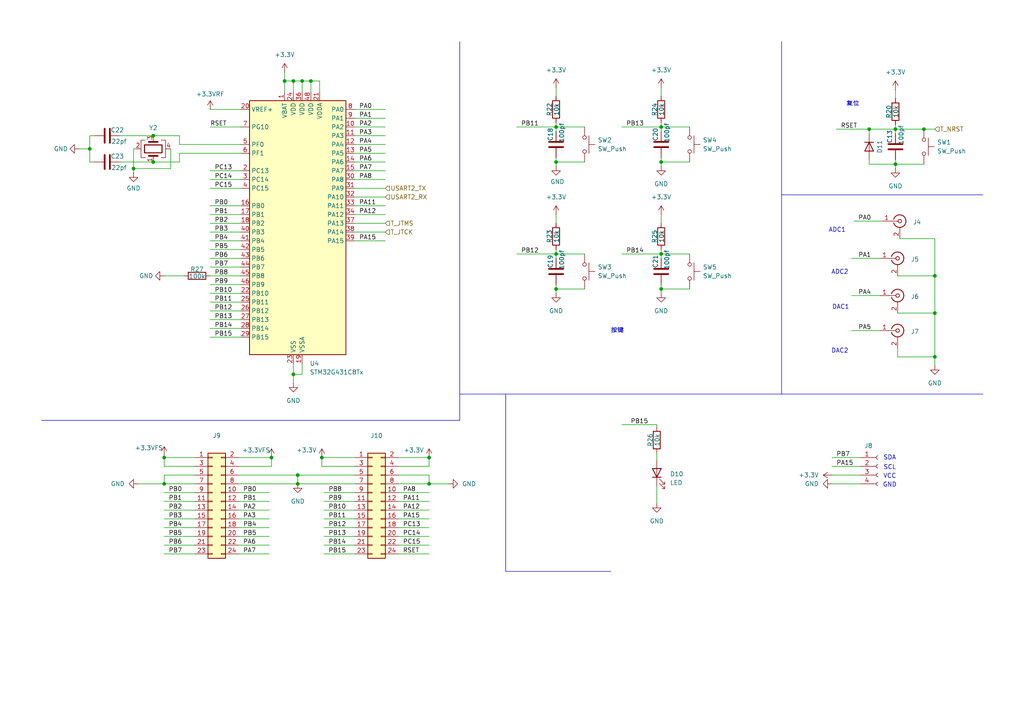
<source format=kicad_sch>
(kicad_sch (version 20231120) (generator "eeschema") (generator_version "8.0")
  (paper "A4")
  (lib_symbols
    (symbol "Connector:Conn_01x04_Socket" (pin_names (offset 1.016) hide)
      (property "Reference" "J" (at 0 5.08 0))
      (property "Value" "Conn_01x04_Socket" (at 0 -7.62 0))
      (symbol "Conn_01x04_Socket_1_1"
        (arc (start 0 -4.572) (mid -0.5058 -5.08) (end 0 -5.588) (stroke (width 0.1524)))
        (arc (start 0 -2.032) (mid -0.5058 -2.54) (end 0 -3.048) (stroke (width 0.1524)))
        (polyline (pts (xy -1.27 -5.08) (xy -0.508 -5.08)) (stroke (width 0.1524)))
        (polyline (pts (xy -1.27 -2.54) (xy -0.508 -2.54)) (stroke (width 0.1524)))
        (polyline (pts (xy -1.27 0) (xy -0.508 0)) (stroke (width 0.1524)))
        (polyline (pts (xy -1.27 2.54) (xy -0.508 2.54)) (stroke (width 0.1524)))
        (arc (start 0 0.508) (mid -0.5058 0) (end 0 -0.508) (stroke (width 0.1524)))
        (arc (start 0 3.048) (mid -0.5058 2.54) (end 0 2.032) (stroke (width 0.1524)))
        (pin passive line (at -5.08 2.54 0) (length 3.81) (name "Pin_1") (number "1"))
        (pin passive line (at -5.08 0 0) (length 3.81) (name "Pin_2") (number "2"))
        (pin passive line (at -5.08 -2.54 0) (length 3.81) (name "Pin_3") (number "3"))
        (pin passive line (at -5.08 -5.08 0) (length 3.81) (name "Pin_4") (number "4"))
      )
    )
    (symbol "Connector_Generic:Conn_02x12_Odd_Even" (pin_names (offset 1.016) hide)
      (property "Reference" "J" (at 1.27 15.24 0))
      (property "Value" "Conn_02x12_Odd_Even" (at 1.27 -17.78 0))
      (symbol "Conn_02x12_Odd_Even_1_1"
        (rectangle (start -1.27 -15.113) (end 0 -15.367) (stroke (width 0.1524)))
        (rectangle (start -1.27 -12.573) (end 0 -12.827) (stroke (width 0.1524)))
        (rectangle (start -1.27 -10.033) (end 0 -10.287) (stroke (width 0.1524)))
        (rectangle (start -1.27 -7.493) (end 0 -7.747) (stroke (width 0.1524)))
        (rectangle (start -1.27 -4.953) (end 0 -5.207) (stroke (width 0.1524)))
        (rectangle (start -1.27 -2.413) (end 0 -2.667) (stroke (width 0.1524)))
        (rectangle (start -1.27 0.127) (end 0 -0.127) (stroke (width 0.1524)))
        (rectangle (start -1.27 2.667) (end 0 2.413) (stroke (width 0.1524)))
        (rectangle (start -1.27 5.207) (end 0 4.953) (stroke (width 0.1524)))
        (rectangle (start -1.27 7.747) (end 0 7.493) (stroke (width 0.1524)))
        (rectangle (start -1.27 10.287) (end 0 10.033) (stroke (width 0.1524)))
        (rectangle (start -1.27 12.827) (end 0 12.573) (stroke (width 0.1524)))
        (rectangle (start -1.27 13.97) (end 3.81 -16.51) (stroke (width 0.254)) (fill (type background)))
        (rectangle (start 3.81 -15.113) (end 2.54 -15.367) (stroke (width 0.1524)))
        (rectangle (start 3.81 -12.573) (end 2.54 -12.827) (stroke (width 0.1524)))
        (rectangle (start 3.81 -10.033) (end 2.54 -10.287) (stroke (width 0.1524)))
        (rectangle (start 3.81 -7.493) (end 2.54 -7.747) (stroke (width 0.1524)))
        (rectangle (start 3.81 -4.953) (end 2.54 -5.207) (stroke (width 0.1524)))
        (rectangle (start 3.81 -2.413) (end 2.54 -2.667) (stroke (width 0.1524)))
        (rectangle (start 3.81 0.127) (end 2.54 -0.127) (stroke (width 0.1524)))
        (rectangle (start 3.81 2.667) (end 2.54 2.413) (stroke (width 0.1524)))
        (rectangle (start 3.81 5.207) (end 2.54 4.953) (stroke (width 0.1524)))
        (rectangle (start 3.81 7.747) (end 2.54 7.493) (stroke (width 0.1524)))
        (rectangle (start 3.81 10.287) (end 2.54 10.033) (stroke (width 0.1524)))
        (rectangle (start 3.81 12.827) (end 2.54 12.573) (stroke (width 0.1524)))
        (pin passive line (at -5.08 12.7 0) (length 3.81) (name "Pin_1") (number "1"))
        (pin passive line (at 7.62 2.54 180) (length 3.81) (name "Pin_10") (number "10"))
        (pin passive line (at -5.08 0 0) (length 3.81) (name "Pin_11") (number "11"))
        (pin passive line (at 7.62 0 180) (length 3.81) (name "Pin_12") (number "12"))
        (pin passive line (at -5.08 -2.54 0) (length 3.81) (name "Pin_13") (number "13"))
        (pin passive line (at 7.62 -2.54 180) (length 3.81) (name "Pin_14") (number "14"))
        (pin passive line (at -5.08 -5.08 0) (length 3.81) (name "Pin_15") (number "15"))
        (pin passive line (at 7.62 -5.08 180) (length 3.81) (name "Pin_16") (number "16"))
        (pin passive line (at -5.08 -7.62 0) (length 3.81) (name "Pin_17") (number "17"))
        (pin passive line (at 7.62 -7.62 180) (length 3.81) (name "Pin_18") (number "18"))
        (pin passive line (at -5.08 -10.16 0) (length 3.81) (name "Pin_19") (number "19"))
        (pin passive line (at 7.62 12.7 180) (length 3.81) (name "Pin_2") (number "2"))
        (pin passive line (at 7.62 -10.16 180) (length 3.81) (name "Pin_20") (number "20"))
        (pin passive line (at -5.08 -12.7 0) (length 3.81) (name "Pin_21") (number "21"))
        (pin passive line (at 7.62 -12.7 180) (length 3.81) (name "Pin_22") (number "22"))
        (pin passive line (at -5.08 -15.24 0) (length 3.81) (name "Pin_23") (number "23"))
        (pin passive line (at 7.62 -15.24 180) (length 3.81) (name "Pin_24") (number "24"))
        (pin passive line (at -5.08 10.16 0) (length 3.81) (name "Pin_3") (number "3"))
        (pin passive line (at 7.62 10.16 180) (length 3.81) (name "Pin_4") (number "4"))
        (pin passive line (at -5.08 7.62 0) (length 3.81) (name "Pin_5") (number "5"))
        (pin passive line (at 7.62 7.62 180) (length 3.81) (name "Pin_6") (number "6"))
        (pin passive line (at -5.08 5.08 0) (length 3.81) (name "Pin_7") (number "7"))
        (pin passive line (at 7.62 5.08 180) (length 3.81) (name "Pin_8") (number "8"))
        (pin passive line (at -5.08 2.54 0) (length 3.81) (name "Pin_9") (number "9"))
      )
    )
    (symbol "Main:C" (pin_numbers hide) (pin_names (offset 0.254))
      (property "Reference" "C" (at 0.635 2.54 0))
      (property "Value" "C" (at 0.635 -2.54 0))
      (symbol "C_0_1"
        (polyline (pts (xy -2.032 -0.762) (xy 2.032 -0.762)) (stroke (width 0.508)))
        (polyline (pts (xy -2.032 0.762) (xy 2.032 0.762)) (stroke (width 0.508)))
      )
      (symbol "C_1_1"
        (pin passive line (at 0 3.81 270) (length 2.794) (name "~") (number "1"))
        (pin passive line (at 0 -3.81 90) (length 2.794) (name "~") (number "2"))
      )
    )
    (symbol "Main:Conn_Coaxial" (pin_names (offset 1.016) hide)
      (property "Reference" "J" (at 0.254 3.048 0))
      (symbol "Conn_Coaxial_0_1"
        (arc (start -1.778 -0.508) (mid 0.2311 -1.8066) (end 1.778 0) (stroke (width 0.254)))
        (polyline (pts (xy -2.54 0) (xy -0.508 0)))
        (polyline (pts (xy 0 -2.54) (xy 0 -1.778)))
        (circle (center 0 0) (radius 0.508) (stroke (width 0.2032)))
        (arc (start 1.778 0) (mid 0.2099 1.8101) (end -1.778 0.508) (stroke (width 0.254)))
      )
      (symbol "Conn_Coaxial_1_1"
        (pin passive line (at -5.08 0 0) (length 2.54) (name "In") (number "1"))
        (pin passive line (at 0 -5.08 90) (length 2.54) (name "Ext") (number "2"))
      )
    )
    (symbol "Main:Crystal_GND24" (pin_names (offset 1.016) hide)
      (property "Reference" "Y" (at 3.175 5.08 0))
      (property "Value" "Crystal_GND24" (at 3.175 3.175 0))
      (symbol "Crystal_GND24_0_1"
        (rectangle (start -1.143 2.54) (end 1.143 -2.54) (stroke (width 0.3048)))
        (polyline (pts (xy -2.54 0) (xy -2.032 0)))
        (polyline (pts (xy -2.032 -1.27) (xy -2.032 1.27)) (stroke (width 0.508)))
        (polyline (pts (xy 0 -3.81) (xy 0 -3.556)))
        (polyline (pts (xy 0 3.556) (xy 0 3.81)))
        (polyline (pts (xy 2.032 -1.27) (xy 2.032 1.27)) (stroke (width 0.508)))
        (polyline (pts (xy 2.032 0) (xy 2.54 0)))
        (polyline (pts (xy -2.54 -2.286) (xy -2.54 -3.556) (xy 2.54 -3.556) (xy 2.54 -2.286)))
        (polyline (pts (xy -2.54 2.286) (xy -2.54 3.556) (xy 2.54 3.556) (xy 2.54 2.286)))
      )
      (symbol "Crystal_GND24_1_1"
        (pin passive line (at -3.81 0 0) (length 1.27) (name "1") (number "1"))
        (pin passive line (at 0 5.08 270) (length 1.27) (name "2") (number "2"))
        (pin passive line (at 3.81 0 180) (length 1.27) (name "3") (number "3"))
        (pin passive line (at 0 -5.08 90) (length 1.27) (name "4") (number "4"))
      )
    )
    (symbol "Main:D" (pin_numbers hide) (pin_names (offset 1.016) hide)
      (property "Reference" "D" (at 0 2.54 0))
      (property "Value" "D" (at 0 -2.54 0))
      (symbol "D_0_1"
        (polyline (pts (xy -1.27 1.27) (xy -1.27 -1.27)) (stroke (width 0.254)))
        (polyline (pts (xy 1.27 0) (xy -1.27 0)))
        (polyline (pts (xy 1.27 1.27) (xy 1.27 -1.27) (xy -1.27 0) (xy 1.27 1.27)) (stroke (width 0.254)))
      )
      (symbol "D_1_1"
        (pin passive line (at -3.81 0 0) (length 2.54) (name "K") (number "1"))
        (pin passive line (at 3.81 0 180) (length 2.54) (name "A") (number "2"))
      )
    )
    (symbol "Main:LED" (pin_numbers hide) (pin_names (offset 1.016) hide)
      (property "Reference" "D" (at 0 2.54 0))
      (property "Value" "LED" (at 0 -2.54 0))
      (symbol "LED_0_1"
        (polyline (pts (xy -1.27 -1.27) (xy -1.27 1.27)) (stroke (width 0.254)))
        (polyline (pts (xy -1.27 0) (xy 1.27 0)))
        (polyline (pts (xy 1.27 -1.27) (xy 1.27 1.27) (xy -1.27 0) (xy 1.27 -1.27)) (stroke (width 0.254)))
        (polyline (pts (xy -3.048 -0.762) (xy -4.572 -2.286) (xy -3.81 -2.286) (xy -4.572 -2.286) (xy -4.572 -1.524)))
        (polyline (pts (xy -1.778 -0.762) (xy -3.302 -2.286) (xy -2.54 -2.286) (xy -3.302 -2.286) (xy -3.302 -1.524)))
      )
      (symbol "LED_1_1"
        (pin passive line (at -3.81 0 0) (length 2.54) (name "K") (number "1"))
        (pin passive line (at 3.81 0 180) (length 2.54) (name "A") (number "2"))
      )
    )
    (symbol "Main:R" (pin_numbers hide) (pin_names (offset 0))
      (property "Reference" "R" (at 2.032 0 90))
      (property "Value" "R" (at 0 0 90))
      (symbol "R_0_1"
        (rectangle (start -1.016 -2.54) (end 1.016 2.54) (stroke (width 0.254)))
      )
      (symbol "R_1_1"
        (pin passive line (at 0 3.81 270) (length 1.27) (name "~") (number "1"))
        (pin passive line (at 0 -3.81 90) (length 1.27) (name "~") (number "2"))
      )
    )
    (symbol "Main:STM32G431C8Tx"
      (property "Reference" "U" (at -12.7 39.37 0))
      (property "Value" "STM32G431C8Tx" (at 10.16 39.37 0))
      (symbol "STM32G431C8Tx_0_1"
        (rectangle (start -12.7 -35.56) (end 15.24 38.1) (stroke (width 0.254)) (fill (type background)))
      )
      (symbol "STM32G431C8Tx_1_1"
        (pin power_in line (at -2.54 40.64 270) (length 2.54) (name "VBAT") (number "1"))
        (pin bidirectional line (at 17.78 30.48 180) (length 2.54) (name "PA2") (number "10"))
        (pin bidirectional line (at 17.78 27.94 180) (length 2.54) (name "PA3") (number "11"))
        (pin bidirectional line (at 17.78 25.4 180) (length 2.54) (name "PA4") (number "12"))
        (pin bidirectional line (at 17.78 22.86 180) (length 2.54) (name "PA5") (number "13"))
        (pin bidirectional line (at 17.78 20.32 180) (length 2.54) (name "PA6") (number "14"))
        (pin bidirectional line (at 17.78 17.78 180) (length 2.54) (name "PA7") (number "15"))
        (pin bidirectional line (at -15.24 7.62 0) (length 2.54) (name "PB0") (number "16"))
        (pin bidirectional line (at -15.24 5.08 0) (length 2.54) (name "PB1") (number "17"))
        (pin bidirectional line (at -15.24 2.54 0) (length 2.54) (name "PB2") (number "18"))
        (pin power_in line (at 2.54 -38.1 90) (length 2.54) (name "VSSA") (number "19"))
        (pin bidirectional line (at -15.24 17.78 0) (length 2.54) (name "PC13") (number "2"))
        (pin input line (at -15.24 35.56 0) (length 2.54) (name "VREF+") (number "20"))
        (pin power_in line (at 7.62 40.64 270) (length 2.54) (name "VDDA") (number "21"))
        (pin bidirectional line (at -15.24 -17.78 0) (length 2.54) (name "PB10") (number "22"))
        (pin power_in line (at 0 -38.1 90) (length 2.54) (name "VSS") (number "23"))
        (pin power_in line (at 0 40.64 270) (length 2.54) (name "VDD") (number "24"))
        (pin bidirectional line (at -15.24 -20.32 0) (length 2.54) (name "PB11") (number "25"))
        (pin bidirectional line (at -15.24 -22.86 0) (length 2.54) (name "PB12") (number "26"))
        (pin bidirectional line (at -15.24 -25.4 0) (length 2.54) (name "PB13") (number "27"))
        (pin bidirectional line (at -15.24 -27.94 0) (length 2.54) (name "PB14") (number "28"))
        (pin bidirectional line (at -15.24 -30.48 0) (length 2.54) (name "PB15") (number "29"))
        (pin bidirectional line (at -15.24 15.24 0) (length 2.54) (name "PC14") (number "3"))
        (pin bidirectional line (at 17.78 15.24 180) (length 2.54) (name "PA8") (number "30"))
        (pin bidirectional line (at 17.78 12.7 180) (length 2.54) (name "PA9") (number "31"))
        (pin bidirectional line (at 17.78 10.16 180) (length 2.54) (name "PA10") (number "32"))
        (pin bidirectional line (at 17.78 7.62 180) (length 2.54) (name "PA11") (number "33"))
        (pin bidirectional line (at 17.78 5.08 180) (length 2.54) (name "PA12") (number "34"))
        (pin passive line (at 0 -38.1 90) (length 2.54) hide (name "VSS") (number "35"))
        (pin power_in line (at 2.54 40.64 270) (length 2.54) (name "VDD") (number "36"))
        (pin bidirectional line (at 17.78 2.54 180) (length 2.54) (name "PA13") (number "37"))
        (pin bidirectional line (at 17.78 0 180) (length 2.54) (name "PA14") (number "38"))
        (pin bidirectional line (at 17.78 -2.54 180) (length 2.54) (name "PA15") (number "39"))
        (pin bidirectional line (at -15.24 12.7 0) (length 2.54) (name "PC15") (number "4"))
        (pin bidirectional line (at -15.24 0 0) (length 2.54) (name "PB3") (number "40"))
        (pin bidirectional line (at -15.24 -2.54 0) (length 2.54) (name "PB4") (number "41"))
        (pin bidirectional line (at -15.24 -5.08 0) (length 2.54) (name "PB5") (number "42"))
        (pin bidirectional line (at -15.24 -7.62 0) (length 2.54) (name "PB6") (number "43"))
        (pin bidirectional line (at -15.24 -10.16 0) (length 2.54) (name "PB7") (number "44"))
        (pin bidirectional line (at -15.24 -12.7 0) (length 2.54) (name "PB8") (number "45"))
        (pin bidirectional line (at -15.24 -15.24 0) (length 2.54) (name "PB9") (number "46"))
        (pin passive line (at 0 -38.1 90) (length 2.54) hide (name "VSS") (number "47"))
        (pin power_in line (at 5.08 40.64 270) (length 2.54) (name "VDD") (number "48"))
        (pin bidirectional line (at -15.24 25.4 0) (length 2.54) (name "PF0") (number "5"))
        (pin bidirectional line (at -15.24 22.86 0) (length 2.54) (name "PF1") (number "6"))
        (pin bidirectional line (at -15.24 30.48 0) (length 2.54) (name "PG10") (number "7"))
        (pin bidirectional line (at 17.78 35.56 180) (length 2.54) (name "PA0") (number "8"))
        (pin bidirectional line (at 17.78 33.02 180) (length 2.54) (name "PA1") (number "9"))
      )
    )
    (symbol "Main:SW_Push" (pin_numbers hide) (pin_names (offset 1.016) hide)
      (property "Reference" "SW" (at 1.27 2.54 0))
      (property "Value" "SW_Push" (at 0 -1.524 0))
      (symbol "SW_Push_0_1"
        (circle (center -2.032 0) (radius 0.508))
        (polyline (pts (xy 0 1.27) (xy 0 3.048)))
        (polyline (pts (xy 2.54 1.27) (xy -2.54 1.27)))
        (circle (center 2.032 0) (radius 0.508))
        (pin passive line (at -5.08 0 0) (length 2.54) (name "1") (number "1"))
        (pin passive line (at 5.08 0 180) (length 2.54) (name "2") (number "2"))
      )
    )
    (symbol "power:+3.3V" (power) (pin_numbers hide) (pin_names (offset 0) hide)
      (property "Value" "+3.3V" (at 0 3.556 0))
      (symbol "+3.3V_0_1"
        (polyline (pts (xy -0.762 1.27) (xy 0 2.54)))
        (polyline (pts (xy 0 0) (xy 0 2.54)))
        (polyline (pts (xy 0 2.54) (xy 0.762 1.27)))
      )
      (symbol "+3.3V_1_1"
        (pin power_in line (at 0 0 90) (length 0) (name "~") (number "1"))
      )
    )
    (symbol "power:GND" (power) (pin_numbers hide) (pin_names (offset 0) hide)
      (property "Value" "GND" (at 0 -3.81 0))
      (symbol "GND_0_1"
        (polyline (pts (xy 0 0) (xy 0 -1.27) (xy 1.27 -1.27) (xy 0 -2.54) (xy -1.27 -1.27) (xy 0 -1.27)))
      )
      (symbol "GND_1_1"
        (pin power_in line (at 0 0 270) (length 0) (name "~") (number "1"))
      )
    )
  )
  (junction (at 90.17 23.495))
  (junction (at 271.145 103.505))
  (junction (at 161.29 73.66))
  (junction (at 82.55 23.495))
  (junction (at 252.095 37.465))
  (junction (at 161.29 46.99))
  (junction (at 78.74 132.715))
  (junction (at 271.145 80.01))
  (junction (at 124.46 132.715))
  (junction (at 26.035 43.18))
  (junction (at 86.36 137.795))
  (junction (at 44.45 39.37))
  (junction (at 191.77 83.82))
  (junction (at 47.625 132.715))
  (junction (at 161.29 83.82))
  (junction (at 38.735 48.895))
  (junction (at 161.29 36.83))
  (junction (at 87.63 23.495))
  (junction (at 191.77 36.83))
  (junction (at 271.145 90.805))
  (junction (at 44.45 46.99))
  (junction (at 85.09 23.495))
  (junction (at 93.345 132.715))
  (junction (at 85.09 108.585))
  (junction (at 259.715 37.465))
  (junction (at 47.625 140.335))
  (junction (at 191.77 73.66))
  (junction (at 86.36 140.335))
  (junction (at 124.46 140.335))
  (junction (at 191.77 46.99))
  (junction (at 267.97 37.465))
  (junction (at 259.715 47.625))
  (wire (pts (xy 102.87 49.53) (xy 111.76 49.53)))
  (wire (pts (xy 85.09 23.495) (xy 87.63 23.495)))
  (wire (pts (xy 47.625 153.035) (xy 56.515 153.035)))
  (wire (pts (xy 60.96 62.23) (xy 69.85 62.23)))
  (wire (pts (xy 260.35 90.805) (xy 271.145 90.805)))
  (wire (pts (xy 86.36 140.335) (xy 102.87 140.335)))
  (wire (pts (xy 191.77 83.82) (xy 200.025 83.82)))
  (wire (pts (xy 52.07 41.91) (xy 52.07 39.37)))
  (wire (pts (xy 102.87 57.15) (xy 111.76 57.15)))
  (wire (pts (xy 161.29 62.23) (xy 161.29 64.77)))
  (wire (pts (xy 115.57 140.335) (xy 124.46 140.335)))
  (polyline (pts (xy 226.695 12.065) (xy 226.695 114.3)))
  (wire (pts (xy 93.98 155.575) (xy 102.87 155.575)))
  (wire (pts (xy 252.095 37.465) (xy 259.715 37.465)))
  (wire (pts (xy 93.98 145.415) (xy 102.87 145.415)))
  (wire (pts (xy 259.715 47.625) (xy 267.97 47.625)))
  (wire (pts (xy 52.07 46.99) (xy 44.45 46.99)))
  (wire (pts (xy 115.57 160.655) (xy 124.46 160.655)))
  (wire (pts (xy 69.215 147.955) (xy 78.105 147.955)))
  (wire (pts (xy 69.215 140.335) (xy 86.36 140.335)))
  (wire (pts (xy 259.715 47.625) (xy 259.715 46.355)))
  (wire (pts (xy 115.57 150.495) (xy 124.46 150.495)))
  (wire (pts (xy 60.96 64.77) (xy 69.85 64.77)))
  (wire (pts (xy 115.57 155.575) (xy 124.46 155.575)))
  (wire (pts (xy 102.87 44.45) (xy 111.76 44.45)))
  (wire (pts (xy 242.57 37.465) (xy 252.095 37.465)))
  (wire (pts (xy 82.55 23.495) (xy 85.09 23.495)))
  (wire (pts (xy 47.625 140.335) (xy 56.515 140.335)))
  (wire (pts (xy 26.035 46.99) (xy 26.035 43.18)))
  (wire (pts (xy 69.215 132.715) (xy 78.74 132.715)))
  (wire (pts (xy 161.29 35.56) (xy 161.29 36.83)))
  (wire (pts (xy 47.625 132.715) (xy 47.625 132.08)))
  (wire (pts (xy 82.55 20.955) (xy 82.55 23.495)))
  (wire (pts (xy 47.625 137.795) (xy 47.625 140.335)))
  (wire (pts (xy 60.96 95.25) (xy 69.85 95.25)))
  (wire (pts (xy 161.29 73.66) (xy 169.545 73.66)))
  (wire (pts (xy 26.035 43.18) (xy 22.86 43.18)))
  (wire (pts (xy 191.77 83.82) (xy 191.77 85.09)))
  (wire (pts (xy 191.77 74.93) (xy 191.77 73.66)))
  (wire (pts (xy 78.74 135.255) (xy 78.74 132.715)))
  (wire (pts (xy 60.96 87.63) (xy 69.85 87.63)))
  (wire (pts (xy 102.87 69.85) (xy 111.76 69.85)))
  (wire (pts (xy 267.97 37.465) (xy 271.145 37.465)))
  (wire (pts (xy 47.625 145.415) (xy 56.515 145.415)))
  (wire (pts (xy 60.96 92.71) (xy 69.85 92.71)))
  (wire (pts (xy 93.345 132.715) (xy 102.87 132.715)))
  (wire (pts (xy 161.29 74.93) (xy 161.29 73.66)))
  (wire (pts (xy 56.515 137.795) (xy 47.625 137.795)))
  (wire (pts (xy 252.095 47.625) (xy 259.715 47.625)))
  (wire (pts (xy 102.87 59.69) (xy 111.76 59.69)))
  (wire (pts (xy 259.715 38.735) (xy 259.715 37.465)))
  (wire (pts (xy 247.015 74.93) (xy 255.27 74.93)))
  (wire (pts (xy 247.015 85.725) (xy 255.27 85.725)))
  (wire (pts (xy 102.87 34.29) (xy 111.76 34.29)))
  (wire (pts (xy 87.63 105.41) (xy 87.63 108.585)))
  (polyline (pts (xy 12.065 121.92) (xy 133.35 121.92)))
  (wire (pts (xy 252.095 46.355) (xy 252.095 47.625)))
  (wire (pts (xy 102.87 67.31) (xy 111.76 67.31)))
  (wire (pts (xy 161.29 83.82) (xy 161.29 82.55)))
  (wire (pts (xy 93.98 142.875) (xy 102.87 142.875)))
  (wire (pts (xy 102.87 52.07) (xy 111.76 52.07)))
  (polyline (pts (xy 146.685 165.735) (xy 146.685 114.3)))
  (wire (pts (xy 60.96 69.85) (xy 69.85 69.85)))
  (wire (pts (xy 47.625 142.875) (xy 56.515 142.875)))
  (wire (pts (xy 259.715 36.195) (xy 259.715 37.465)))
  (wire (pts (xy 93.98 160.655) (xy 102.87 160.655)))
  (wire (pts (xy 47.625 158.115) (xy 56.515 158.115)))
  (wire (pts (xy 252.095 37.465) (xy 252.095 38.735)))
  (wire (pts (xy 191.77 62.23) (xy 191.77 64.77)))
  (wire (pts (xy 34.925 39.37) (xy 44.45 39.37)))
  (wire (pts (xy 69.215 158.115) (xy 78.105 158.115)))
  (wire (pts (xy 124.46 137.795) (xy 124.46 140.335)))
  (polyline (pts (xy 177.165 165.735) (xy 146.685 165.735)))
  (wire (pts (xy 161.29 25.4) (xy 161.29 27.94)))
  (wire (pts (xy 102.87 36.83) (xy 111.76 36.83)))
  (wire (pts (xy 34.925 46.99) (xy 44.45 46.99)))
  (wire (pts (xy 38.735 43.18) (xy 38.735 48.895)))
  (wire (pts (xy 124.46 132.715) (xy 124.46 135.255)))
  (wire (pts (xy 260.35 100.965) (xy 260.35 103.505)))
  (wire (pts (xy 82.55 23.495) (xy 82.55 26.67)))
  (wire (pts (xy 93.345 135.255) (xy 102.87 135.255)))
  (wire (pts (xy 27.305 39.37) (xy 26.035 39.37)))
  (wire (pts (xy 60.96 31.75) (xy 69.85 31.75)))
  (wire (pts (xy 102.87 31.75) (xy 111.76 31.75)))
  (wire (pts (xy 180.34 36.83) (xy 191.77 36.83)))
  (wire (pts (xy 247.015 95.885) (xy 255.27 95.885)))
  (wire (pts (xy 115.57 147.955) (xy 124.46 147.955)))
  (wire (pts (xy 47.625 80.01) (xy 53.34 80.01)))
  (wire (pts (xy 47.625 150.495) (xy 56.515 150.495)))
  (wire (pts (xy 27.305 46.99) (xy 26.035 46.99)))
  (wire (pts (xy 180.34 73.66) (xy 191.77 73.66)))
  (wire (pts (xy 102.87 62.23) (xy 111.76 62.23)))
  (wire (pts (xy 47.625 132.715) (xy 56.515 132.715)))
  (wire (pts (xy 161.29 46.99) (xy 161.29 45.72)))
  (wire (pts (xy 69.215 137.795) (xy 86.36 137.795)))
  (wire (pts (xy 191.77 83.82) (xy 191.77 82.55)))
  (wire (pts (xy 60.96 80.01) (xy 69.85 80.01)))
  (wire (pts (xy 190.5 131.445) (xy 190.5 133.35)))
  (wire (pts (xy 149.86 36.83) (xy 161.29 36.83)))
  (wire (pts (xy 69.215 142.875) (xy 78.105 142.875)))
  (wire (pts (xy 260.985 69.215) (xy 271.145 69.215)))
  (wire (pts (xy 93.98 147.955) (xy 102.87 147.955)))
  (wire (pts (xy 271.145 69.215) (xy 271.145 80.01)))
  (wire (pts (xy 87.63 23.495) (xy 87.63 26.67)))
  (wire (pts (xy 161.29 46.99) (xy 169.545 46.99)))
  (wire (pts (xy 149.86 73.66) (xy 161.29 73.66)))
  (wire (pts (xy 271.145 90.805) (xy 271.145 103.505)))
  (wire (pts (xy 241.3 135.255) (xy 249.555 135.255)))
  (wire (pts (xy 161.29 46.99) (xy 161.29 48.26)))
  (wire (pts (xy 87.63 23.495) (xy 90.17 23.495)))
  (wire (pts (xy 271.145 103.505) (xy 271.145 106.045)))
  (wire (pts (xy 259.715 26.035) (xy 259.715 28.575)))
  (wire (pts (xy 93.98 153.035) (xy 102.87 153.035)))
  (polyline (pts (xy 226.695 56.515) (xy 285.115 56.515)))
  (wire (pts (xy 90.17 26.67) (xy 90.17 23.495)))
  (wire (pts (xy 87.63 108.585) (xy 85.09 108.585)))
  (wire (pts (xy 124.46 135.255) (xy 115.57 135.255)))
  (wire (pts (xy 161.29 83.82) (xy 161.29 85.09)))
  (wire (pts (xy 102.87 64.77) (xy 111.76 64.77)))
  (wire (pts (xy 241.3 137.795) (xy 249.555 137.795)))
  (wire (pts (xy 92.71 26.67) (xy 92.71 23.495)))
  (wire (pts (xy 191.77 72.39) (xy 191.77 73.66)))
  (wire (pts (xy 60.96 52.07) (xy 69.85 52.07)))
  (wire (pts (xy 60.96 67.31) (xy 69.85 67.31)))
  (wire (pts (xy 49.53 48.895) (xy 38.735 48.895)))
  (wire (pts (xy 191.77 36.83) (xy 200.025 36.83)))
  (wire (pts (xy 60.96 77.47) (xy 69.85 77.47)))
  (wire (pts (xy 47.625 160.655) (xy 56.515 160.655)))
  (wire (pts (xy 60.96 90.17) (xy 69.85 90.17)))
  (wire (pts (xy 60.96 74.93) (xy 69.85 74.93)))
  (wire (pts (xy 60.96 54.61) (xy 69.85 54.61)))
  (wire (pts (xy 115.57 153.035) (xy 124.46 153.035)))
  (wire (pts (xy 259.715 47.625) (xy 259.715 48.895)))
  (wire (pts (xy 60.96 59.69) (xy 69.85 59.69)))
  (wire (pts (xy 69.215 150.495) (xy 78.105 150.495)))
  (wire (pts (xy 191.77 46.99) (xy 200.025 46.99)))
  (wire (pts (xy 47.625 135.255) (xy 47.625 132.715)))
  (wire (pts (xy 115.57 145.415) (xy 124.46 145.415)))
  (wire (pts (xy 102.87 41.91) (xy 111.76 41.91)))
  (wire (pts (xy 52.07 44.45) (xy 52.07 46.99)))
  (wire (pts (xy 47.625 147.955) (xy 56.515 147.955)))
  (wire (pts (xy 69.215 153.035) (xy 78.105 153.035)))
  (wire (pts (xy 69.215 145.415) (xy 78.105 145.415)))
  (wire (pts (xy 60.96 97.79) (xy 69.85 97.79)))
  (wire (pts (xy 60.96 85.09) (xy 69.85 85.09)))
  (wire (pts (xy 247.65 64.135) (xy 255.905 64.135)))
  (polyline (pts (xy 133.35 121.92) (xy 133.35 12.065)))
  (wire (pts (xy 241.3 132.715) (xy 249.555 132.715)))
  (wire (pts (xy 115.57 137.795) (xy 124.46 137.795)))
  (wire (pts (xy 161.29 83.82) (xy 169.545 83.82)))
  (wire (pts (xy 69.215 155.575) (xy 78.105 155.575)))
  (wire (pts (xy 47.625 155.575) (xy 56.515 155.575)))
  (wire (pts (xy 115.57 132.715) (xy 124.46 132.715)))
  (wire (pts (xy 69.215 160.655) (xy 78.105 160.655)))
  (wire (pts (xy 26.035 39.37) (xy 26.035 43.18)))
  (wire (pts (xy 191.77 38.1) (xy 191.77 36.83)))
  (wire (pts (xy 52.07 39.37) (xy 44.45 39.37)))
  (wire (pts (xy 85.09 23.495) (xy 85.09 26.67)))
  (wire (pts (xy 90.17 23.495) (xy 92.71 23.495)))
  (wire (pts (xy 49.53 43.18) (xy 49.53 48.895)))
  (wire (pts (xy 115.57 142.875) (xy 124.46 142.875)))
  (wire (pts (xy 93.345 132.715) (xy 93.345 135.255)))
  (polyline (pts (xy 133.35 114.3) (xy 285.115 114.3)))
  (wire (pts (xy 93.98 158.115) (xy 102.87 158.115)))
  (wire (pts (xy 102.87 46.99) (xy 111.76 46.99)))
  (wire (pts (xy 56.515 135.255) (xy 47.625 135.255)))
  (wire (pts (xy 69.215 135.255) (xy 78.74 135.255)))
  (wire (pts (xy 52.07 44.45) (xy 69.85 44.45)))
  (wire (pts (xy 38.735 48.895) (xy 38.735 50.165)))
  (wire (pts (xy 161.29 72.39) (xy 161.29 73.66)))
  (wire (pts (xy 102.87 54.61) (xy 111.76 54.61)))
  (wire (pts (xy 102.87 39.37) (xy 111.76 39.37)))
  (wire (pts (xy 271.145 80.01) (xy 271.145 90.805)))
  (wire (pts (xy 241.3 140.335) (xy 249.555 140.335)))
  (wire (pts (xy 60.96 72.39) (xy 69.85 72.39)))
  (wire (pts (xy 60.96 82.55) (xy 69.85 82.55)))
  (wire (pts (xy 124.46 140.335) (xy 130.175 140.335)))
  (wire (pts (xy 60.96 49.53) (xy 69.85 49.53)))
  (wire (pts (xy 190.5 140.97) (xy 190.5 146.05)))
  (wire (pts (xy 52.07 41.91) (xy 69.85 41.91)))
  (wire (pts (xy 86.36 137.795) (xy 86.36 140.335)))
  (wire (pts (xy 115.57 158.115) (xy 124.46 158.115)))
  (wire (pts (xy 180.34 123.19) (xy 190.5 123.19)))
  (wire (pts (xy 93.98 150.495) (xy 102.87 150.495)))
  (wire (pts (xy 191.77 25.4) (xy 191.77 27.94)))
  (wire (pts (xy 191.77 46.99) (xy 191.77 48.26)))
  (wire (pts (xy 191.77 73.66) (xy 200.025 73.66)))
  (wire (pts (xy 102.87 137.795) (xy 86.36 137.795)))
  (wire (pts (xy 259.715 37.465) (xy 267.97 37.465)))
  (wire (pts (xy 85.09 105.41) (xy 85.09 108.585)))
  (wire (pts (xy 190.5 123.825) (xy 190.5 123.19)))
  (wire (pts (xy 260.35 103.505) (xy 271.145 103.505)))
  (wire (pts (xy 39.37 43.18) (xy 38.735 43.18)))
  (wire (pts (xy 191.77 35.56) (xy 191.77 36.83)))
  (wire (pts (xy 161.29 36.83) (xy 169.545 36.83)))
  (wire (pts (xy 60.96 36.83) (xy 69.85 36.83)))
  (wire (pts (xy 40.005 140.335) (xy 47.625 140.335)))
  (wire (pts (xy 161.29 38.1) (xy 161.29 36.83)))
  (wire (pts (xy 260.35 80.01) (xy 271.145 80.01)))
  (wire (pts (xy 191.77 46.99) (xy 191.77 45.72)))
  (wire (pts (xy 85.09 108.585) (xy 85.09 111.125)))
  (text "VCC\n" (at 258.064 138.176 0) (effects (font (size 1.27 1.27))))
  (text "ADC1" (at 242.824 66.802 0) (effects (font (size 1.27 1.27))))
  (text "GND" (at 258.064 140.716 0) (effects (font (size 1.27 1.27))))
  (text "DAC1" (at 243.84 89.154 0) (effects (font (size 1.27 1.27))))
  (text "按键" (at 179.07 96.012 0) (effects (font (size 1.27 1.27))))
  (text "DAC2" (at 243.586 101.854 0) (effects (font (size 1.27 1.27))))
  (text "SDA\n\n" (at 258.064 133.858 0) (effects (font (size 1.27 1.27))))
  (text "ADC2" (at 243.586 78.994 0) (effects (font (size 1.27 1.27))))
  (text "SCL\n" (at 258.064 135.636 0) (effects (font (size 1.27 1.27))))
  (text "复位" (at 247.396 30.226 0) (effects (font (size 1.27 1.27))))
  (label "PC14" (at 116.84 155.575 0))
  (label "PB12" (at 62.23 90.17 0))
  (label "PA8" (at 104.14 52.07 0))
  (label "PA11" (at 104.14 59.69 0))
  (label "PB13" (at 181.61 36.83 0))
  (label "PA2" (at 104.14 36.83 0))
  (label "RSET" (at 116.84 160.655 0))
  (label "PA5" (at 248.92 95.885 0))
  (label "PB4" (at 62.23 69.85 0))
  (label "PB5" (at 70.485 155.575 0))
  (label "PB8" (at 95.25 142.875 0))
  (label "PB6" (at 48.895 158.115 0))
  (label "PB15" (at 62.23 97.79 0))
  (label "PB0" (at 48.895 142.875 0))
  (label "PC13" (at 116.84 153.035 0))
  (label "PB7" (at 48.895 160.655 0))
  (label "PB14" (at 95.25 158.115 0))
  (label "PA15" (at 116.84 150.495 0))
  (label "PB4" (at 48.895 153.035 0))
  (label "PB15" (at 95.25 160.655 0))
  (label "PA2" (at 70.485 147.955 0))
  (label "PA7" (at 70.485 160.655 0))
  (label "PC15" (at 116.84 158.115 0))
  (label "PB2" (at 48.895 147.955 0))
  (label "PB15" (at 182.88 123.19 0))
  (label "PA4" (at 104.14 41.91 0))
  (label "PB10" (at 62.23 85.09 0))
  (label "PB0" (at 70.485 142.875 0))
  (label "RSET" (at 60.96 36.83 0))
  (label "PA6" (at 104.14 46.99 0))
  (label "PA11" (at 116.84 145.415 0))
  (label "PA5" (at 104.14 44.45 0))
  (label "PB1" (at 62.23 62.23 0))
  (label "PB11" (at 62.23 87.63 0))
  (label "PA0" (at 248.92 64.135 0))
  (label "PA7" (at 104.14 49.53 0))
  (label "PB3" (at 62.23 67.31 0))
  (label "PB9" (at 95.25 145.415 0))
  (label "PB3" (at 48.895 150.495 0))
  (label "PB1" (at 70.485 145.415 0))
  (label "PA15" (at 242.57 135.255 0))
  (label "PA1" (at 248.92 74.93 0))
  (label "PB14" (at 62.23 95.25 0))
  (label "PB5" (at 48.895 155.575 0))
  (label "PA12" (at 104.14 62.23 0))
  (label "PC15" (at 62.23 54.61 0))
  (label "PA8" (at 116.84 142.875 0))
  (label "PB12" (at 151.13 73.66 0))
  (label "PB0" (at 62.23 59.69 0))
  (label "PA12" (at 116.84 147.955 0))
  (label "PB13" (at 95.25 155.575 0))
  (label "PB12" (at 95.25 153.035 0))
  (label "PA1" (at 104.14 34.29 0))
  (label "PB9" (at 62.23 82.55 0))
  (label "PB10" (at 95.25 147.955 0))
  (label "PB14" (at 181.61 73.66 0))
  (label "PA3" (at 70.485 150.495 0))
  (label "PA0" (at 104.14 31.75 0))
  (label "PB11" (at 151.13 36.83 0))
  (label "PB11" (at 95.25 150.495 0))
  (label "PA15" (at 104.14 69.85 0))
  (label "PB13" (at 62.23 92.71 0))
  (label "PA4" (at 248.92 85.725 0))
  (label "PB5" (at 62.23 72.39 0))
  (label "PB8" (at 62.23 80.01 0))
  (label "PA3" (at 104.14 39.37 0))
  (label "RSET" (at 243.84 37.465 0))
  (label "PA6" (at 70.485 158.115 0))
  (label "PB1" (at 48.895 145.415 0))
  (label "PC13" (at 62.23 49.53 0))
  (label "PB4" (at 70.485 153.035 0))
  (label "PB7" (at 242.57 132.715 0))
  (label "PB2" (at 62.23 64.77 0))
  (label "PB7" (at 62.23 77.47 0))
  (label "PB6" (at 62.23 74.93 0))
  (label "PC14" (at 62.23 52.07 0))
  (hierarchical_label "T_JTMS" (shape input) (at 111.76 64.77 0))
  (hierarchical_label "T_JTCK" (shape input) (at 111.76 67.31 0))
  (hierarchical_label "T_NRST" (shape input) (at 271.145 37.465 0))
  (hierarchical_label "USART2_TX" (shape input) (at 111.76 54.61 0))
  (hierarchical_label "USART2_RX" (shape input) (at 111.76 57.15 0))
  (symbol (lib_id "power:+3.3V") (at 161.29 62.23 0) (unit 1)
    (property "Reference" "#PWR050" (effects (hide yes)))
    (property "Value" "+3.3V" (at 161.29 57.15 0))
    (property "Description" "Power symbol creates a global label with name \"+3.3V\"" (effects (hide yes)))
  )
  (symbol (lib_id "Main:C") (at 259.715 42.545 180) (unit 1)
    (property "Reference" "C13" (at 258.064 39.624 90))
    (property "Value" "100pf" (at 261.366 39.116 90))
    (property "Footprint" "Capacitor_SMD:C_0603_1608Metric_Pad1.08x0.95mm_HandSolder" (effects (hide yes)))
    (property "Description" "Unpolarized capacitor" (effects (hide yes)))
  )
  (symbol (lib_id "Main:C") (at 31.115 46.99 90) (unit 1)
    (property "Reference" "C23" (at 34.036 45.339 90))
    (property "Value" "22pf" (at 34.544 48.641 90))
    (property "Footprint" "Capacitor_SMD:C_0603_1608Metric_Pad1.08x0.95mm_HandSolder" (effects (hide yes)))
    (property "Description" "Unpolarized capacitor" (effects (hide yes)))
  )
  (symbol (lib_id "Main:R") (at 190.5 127.635 180) (unit 1)
    (property "Reference" "R26" (at 188.595 127.635 90))
    (property "Value" "10k" (at 190.627 127.635 90))
    (property "Footprint" "Resistor_SMD:R_0603_1608Metric_Pad0.98x0.95mm_HandSolder" (effects (hide yes)))
    (property "Description" "Resistor" (effects (hide yes)))
  )
  (symbol (lib_id "Main:R") (at 191.77 68.58 180) (unit 1)
    (property "Reference" "R25" (at 189.865 68.58 90))
    (property "Value" "10k" (at 191.897 68.58 90))
    (property "Footprint" "Resistor_SMD:R_0603_1608Metric_Pad0.98x0.95mm_HandSolder" (effects (hide yes)))
    (property "Description" "Resistor" (effects (hide yes)))
  )
  (symbol (lib_id "power:GND") (at 86.36 140.335 0) (unit 1)
    (property "Reference" "#PWR066" (effects (hide yes)))
    (property "Value" "GND" (at 86.36 145.415 0))
    (property "Description" "Power symbol creates a global label with name \"GND\" , ground" (effects (hide yes)))
  )
  (symbol (lib_id "Main:R") (at 259.715 32.385 180) (unit 1)
    (property "Reference" "R20" (at 257.81 32.385 90))
    (property "Value" "10k" (at 259.842 32.385 90))
    (property "Footprint" "Resistor_SMD:R_0603_1608Metric_Pad0.98x0.95mm_HandSolder" (effects (hide yes)))
    (property "Description" "Resistor" (effects (hide yes)))
  )
  (symbol (lib_id "power:GND") (at 130.175 140.335 90) (unit 1)
    (property "Reference" "#PWR065" (effects (hide yes)))
    (property "Value" "GND" (at 133.985 140.3349 90) (effects (justify right)))
    (property "Description" "Power symbol creates a global label with name \"GND\" , ground" (effects (hide yes)))
  )
  (symbol (lib_id "power:+3.3V") (at 191.77 25.4 0) (unit 1)
    (property "Reference" "#PWR052" (effects (hide yes)))
    (property "Value" "+3.3V" (at 191.77 20.32 0))
    (property "Description" "Power symbol creates a global label with name \"+3.3V\"" (effects (hide yes)))
  )
  (symbol (lib_id "Main:SW_Push") (at 169.545 78.74 270) (unit 1)
    (property "Reference" "SW3" (at 173.355 77.4699 90) (effects (justify left)))
    (property "Value" "SW_Push" (at 173.355 80.0099 90) (effects (justify left)))
    (property "Footprint" "Main:SW_Tactile_SPST_NO_Straight_CK_PTS636Sx25SMTRLFS" (effects (hide yes)))
    (property "Description" "Push button switch, generic, two pins" (effects (hide yes)))
  )
  (symbol (lib_id "power:GND") (at 241.3 140.335 270) (unit 1)
    (property "Reference" "#PWR060" (effects (hide yes)))
    (property "Value" "GND" (at 237.49 140.3349 90) (effects (justify right)))
    (property "Description" "Power symbol creates a global label with name \"GND\" , ground" (effects (hide yes)))
  )
  (symbol (lib_id "power:GND") (at 40.005 140.335 270) (unit 1)
    (property "Reference" "#PWR067" (effects (hide yes)))
    (property "Value" "GND" (at 36.195 140.3349 90) (effects (justify right)))
    (property "Description" "Power symbol creates a global label with name \"GND\" , ground" (effects (hide yes)))
  )
  (symbol (lib_id "Main:Conn_Coaxial") (at 260.35 74.93 0) (unit 1)
    (property "Reference" "J5" (at 264.16 75.2231 0) (effects (justify left)))
    (property "Value" "Conn_Coaxial" (effects (hide yes)))
    (property "Footprint" "Connector_Coaxial:SMA_Samtec_SMA-J-P-H-ST-EM1_EdgeMount" (effects (hide yes)))
    (property "Description" "coaxial connector (BNC, SMA, SMB, SMC, Cinch/RCA, LEMO, ...)" (effects (hide yes)))
  )
  (symbol (lib_id "power:+3.3V") (at 78.74 132.715 0) (unit 1)
    (property "Reference" "#PWR063" (effects (hide yes)))
    (property "Value" "+3.3VFS" (at 74.295 130.556 0))
    (property "Description" "Power symbol creates a global label with name \"+3.3V\"" (effects (hide yes)))
  )
  (symbol (lib_id "Main:LED") (at 190.5 137.16 90) (unit 1)
    (property "Reference" "D10" (at 194.31 137.4774 90) (effects (justify right)))
    (property "Value" "LED" (at 194.31 140.0174 90) (effects (justify right)))
    (property "Footprint" "LED_SMD:LED_0603_1608Metric_Pad1.05x0.95mm_HandSolder" (effects (hide yes)))
    (property "Description" "Light emitting diode" (effects (hide yes)))
  )
  (symbol (lib_id "power:GND") (at 190.5 146.05 0) (unit 1)
    (property "Reference" "#PWR056" (effects (hide yes)))
    (property "Value" "GND" (at 190.5 151.13 0))
    (property "Description" "Power symbol creates a global label with name \"GND\" , ground" (effects (hide yes)))
  )
  (symbol (lib_id "Main:R") (at 191.77 31.75 180) (unit 1)
    (property "Reference" "R24" (at 189.865 31.75 90))
    (property "Value" "10k" (at 191.897 31.75 90))
    (property "Footprint" "Resistor_SMD:R_0603_1608Metric_Pad0.98x0.95mm_HandSolder" (effects (hide yes)))
    (property "Description" "Resistor" (effects (hide yes)))
  )
  (symbol (lib_id "power:GND") (at 85.09 111.125 0) (unit 1)
    (property "Reference" "#PWR045" (effects (hide yes)))
    (property "Value" "GND" (at 85.09 116.205 0))
    (property "Description" "Power symbol creates a global label with name \"GND\" , ground" (effects (hide yes)))
  )
  (symbol (lib_id "Main:C") (at 191.77 41.91 180) (unit 1)
    (property "Reference" "C20" (at 190.119 38.989 90))
    (property "Value" "100pf" (at 193.421 38.481 90))
    (property "Footprint" "Capacitor_SMD:C_0603_1608Metric_Pad1.08x0.95mm_HandSolder" (effects (hide yes)))
    (property "Description" "Unpolarized capacitor" (effects (hide yes)))
  )
  (symbol (lib_id "Main:STM32G431C8Tx") (at 85.09 67.31 0) (unit 1)
    (property "Reference" "U4" (at 89.8241 105.41 0) (effects (justify left)))
    (property "Value" "STM32G431C8Tx" (at 89.8241 107.95 0) (effects (justify left)))
    (property "Footprint" "Package_QFP:LQFP-48_7x7mm_P0.5mm" (effects (hide yes)))
    (property "Datasheet" "https://www.st.com/resource/en/datasheet/stm32g431c8.pdf" (effects (hide yes)))
    (property "Description" "STMicroelectronics Arm Cortex-M4 MCU, 64KB flash, 32KB RAM, 170 MHz, 1.71-3.6V, 38 GPIO, LQFP48" (effects (hide yes)))
  )
  (symbol (lib_id "power:+3.3V") (at 241.3 137.795 90) (unit 1)
    (property "Reference" "#PWR059" (effects (hide yes)))
    (property "Value" "+3.3V" (at 237.49 137.7949 90) (effects (justify left)))
    (property "Description" "Power symbol creates a global label with name \"+3.3V\"" (effects (hide yes)))
  )
  (symbol (lib_id "power:GND") (at 161.29 48.26 0) (unit 1)
    (property "Reference" "#PWR049" (effects (hide yes)))
    (property "Value" "GND" (at 161.671 52.705 0))
    (property "Description" "Power symbol creates a global label with name \"GND\" , ground" (effects (hide yes)))
  )
  (symbol (lib_id "Main:C") (at 31.115 39.37 90) (unit 1)
    (property "Reference" "C22" (at 34.036 37.719 90))
    (property "Value" "22pf" (at 34.544 41.021 90))
    (property "Footprint" "Capacitor_SMD:C_0603_1608Metric_Pad1.08x0.95mm_HandSolder" (effects (hide yes)))
    (property "Description" "Unpolarized capacitor" (effects (hide yes)))
  )
  (symbol (lib_id "power:+3.3V") (at 191.77 62.23 0) (unit 1)
    (property "Reference" "#PWR054" (effects (hide yes)))
    (property "Value" "+3.3V" (at 191.77 57.15 0))
    (property "Description" "Power symbol creates a global label with name \"+3.3V\"" (effects (hide yes)))
  )
  (symbol (lib_id "power:GND") (at 38.735 50.165 0) (unit 1)
    (property "Reference" "#PWR058" (effects (hide yes)))
    (property "Value" "GND" (at 38.735 54.61 0))
    (property "Description" "Power symbol creates a global label with name \"GND\" , ground" (effects (hide yes)))
  )
  (symbol (lib_id "power:GND") (at 259.715 48.895 0) (unit 1)
    (property "Reference" "#PWR040" (effects (hide yes)))
    (property "Value" "GND" (at 259.715 53.975 0))
    (property "Description" "Power symbol creates a global label with name \"GND\" , ground" (effects (hide yes)))
  )
  (symbol (lib_id "Main:R") (at 57.15 80.01 90) (unit 1)
    (property "Reference" "R27" (at 57.15 78.105 90))
    (property "Value" "100k" (at 57.15 80.137 90))
    (property "Footprint" "Resistor_SMD:R_0603_1608Metric_Pad0.98x0.95mm_HandSolder" (effects (hide yes)))
    (property "Description" "Resistor" (effects (hide yes)))
  )
  (symbol (lib_id "Main:D") (at 252.095 42.545 270) (unit 1)
    (property "Reference" "D11" (at 255.143 42.545 0))
    (property "Value" "D" (effects (hide yes)))
    (property "Footprint" "Diode_SMD:D_SMA_Handsoldering" (effects (hide yes)))
    (property "Description" "Diode" (effects (hide yes)))
    (property "Sim.Device" "D" (effects (hide yes)))
    (property "Sim.Pins" "1=K 2=A" (effects (hide yes)))
  )
  (symbol (lib_id "Main:Conn_Coaxial") (at 260.35 95.885 0) (unit 1)
    (property "Reference" "J7" (at 264.16 96.1781 0) (effects (justify left)))
    (property "Value" "Conn_Coaxial" (effects (hide yes)))
    (property "Footprint" "Connector_Coaxial:SMA_Samtec_SMA-J-P-H-ST-EM1_EdgeMount" (effects (hide yes)))
    (property "Description" "coaxial connector (BNC, SMA, SMB, SMC, Cinch/RCA, LEMO, ...)" (effects (hide yes)))
  )
  (symbol (lib_id "power:+3.3V") (at 161.29 25.4 0) (unit 1)
    (property "Reference" "#PWR048" (effects (hide yes)))
    (property "Value" "+3.3V" (at 161.29 20.32 0))
    (property "Description" "Power symbol creates a global label with name \"+3.3V\"" (effects (hide yes)))
  )
  (symbol (lib_id "power:GND") (at 22.86 43.18 270) (unit 1)
    (property "Reference" "#PWR057" (effects (hide yes)))
    (property "Value" "GND" (at 19.685 43.1799 90) (effects (justify right)))
    (property "Description" "Power symbol creates a global label with name \"GND\" , ground" (effects (hide yes)))
  )
  (symbol (lib_id "Connector:Conn_01x04_Socket") (at 254.635 135.255 0) (unit 1)
    (property "Reference" "J8" (at 250.698 129.286 0) (effects (justify left)))
    (property "Value" "Conn_01x04_Socket" (effects (hide yes)))
    (property "Footprint" "Connector_PinHeader_2.54mm:PinHeader_1x04_P2.54mm_Vertical" (effects (hide yes)))
    (property "Description" "Generic connector, single row, 01x04, script generated" (effects (hide yes)))
  )
  (symbol (lib_id "Connector_Generic:Conn_02x12_Odd_Even") (at 61.595 145.415 0) (unit 1)
    (property "Reference" "J9" (at 62.865 126.365 0))
    (property "Value" "Conn_02x12_Odd_Even" (effects (hide yes)))
    (property "Footprint" "Connector_PinHeader_2.54mm:PinHeader_2x12_P2.54mm_Vertical" (effects (hide yes)))
    (property "Description" "Generic connector, double row, 02x12, odd/even pin numbering scheme (row 1 odd numbers, row 2 even numbers), script generated (kicad-library-utils/schlib/autogen/connector/)" (effects (hide yes)))
  )
  (symbol (lib_id "Main:Conn_Coaxial") (at 260.35 85.725 0) (unit 1)
    (property "Reference" "J6" (at 264.16 86.0181 0) (effects (justify left)))
    (property "Value" "Conn_Coaxial" (effects (hide yes)))
    (property "Footprint" "Connector_Coaxial:SMA_Samtec_SMA-J-P-H-ST-EM1_EdgeMount" (effects (hide yes)))
    (property "Description" "coaxial connector (BNC, SMA, SMB, SMC, Cinch/RCA, LEMO, ...)" (effects (hide yes)))
  )
  (symbol (lib_id "Main:C") (at 161.29 78.74 180) (unit 1)
    (property "Reference" "C19" (at 159.639 75.819 90))
    (property "Value" "100pf" (at 162.941 75.311 90))
    (property "Footprint" "Capacitor_SMD:C_0603_1608Metric_Pad1.08x0.95mm_HandSolder" (effects (hide yes)))
    (property "Description" "Unpolarized capacitor" (effects (hide yes)))
  )
  (symbol (lib_id "power:GND") (at 191.77 85.09 0) (unit 1)
    (property "Reference" "#PWR055" (effects (hide yes)))
    (property "Value" "GND" (at 191.77 90.17 0))
    (property "Description" "Power symbol creates a global label with name \"GND\" , ground" (effects (hide yes)))
  )
  (symbol (lib_id "power:+3.3V") (at 124.46 132.715 0) (unit 1)
    (property "Reference" "#PWR061" (effects (hide yes)))
    (property "Value" "+3.3V" (at 120.015 130.556 0))
    (property "Description" "Power symbol creates a global label with name \"+3.3V\"" (effects (hide yes)))
  )
  (symbol (lib_id "Main:C") (at 161.29 41.91 180) (unit 1)
    (property "Reference" "C18" (at 159.639 38.989 90))
    (property "Value" "100pf" (at 162.941 38.481 90))
    (property "Footprint" "Capacitor_SMD:C_0603_1608Metric_Pad1.08x0.95mm_HandSolder" (effects (hide yes)))
    (property "Description" "Unpolarized capacitor" (effects (hide yes)))
  )
  (symbol (lib_id "power:GND") (at 271.145 106.045 0) (unit 1)
    (property "Reference" "#PWR041" (effects (hide yes)))
    (property "Value" "GND" (at 271.145 111.125 0))
    (property "Description" "Power symbol creates a global label with name \"GND\" , ground" (effects (hide yes)))
  )
  (symbol (lib_id "power:+3.3V") (at 47.625 132.08 0) (unit 1)
    (property "Reference" "#PWR064" (effects (hide yes)))
    (property "Value" "+3.3VFS" (at 43.18 129.921 0))
    (property "Description" "Power symbol creates a global label with name \"+3.3V\"" (effects (hide yes)))
  )
  (symbol (lib_id "Main:SW_Push") (at 169.545 41.91 270) (unit 1)
    (property "Reference" "SW2" (at 173.355 40.6399 90) (effects (justify left)))
    (property "Value" "SW_Push" (at 173.355 43.1799 90) (effects (justify left)))
    (property "Footprint" "Main:SW_Tactile_SPST_NO_Straight_CK_PTS636Sx25SMTRLFS" (effects (hide yes)))
    (property "Description" "Push button switch, generic, two pins" (effects (hide yes)))
  )
  (symbol (lib_id "Main:R") (at 161.29 31.75 180) (unit 1)
    (property "Reference" "R22" (at 159.385 31.75 90))
    (property "Value" "10k" (at 161.417 31.75 90))
    (property "Footprint" "Resistor_SMD:R_0603_1608Metric_Pad0.98x0.95mm_HandSolder" (effects (hide yes)))
    (property "Description" "Resistor" (effects (hide yes)))
  )
  (symbol (lib_id "power:+3.3V") (at 60.96 31.75 0) (unit 1)
    (property "Reference" "#PWR046" (effects (hide yes)))
    (property "Value" "+3.3VRF" (at 60.96 27.305 0))
    (property "Description" "Power symbol creates a global label with name \"+3.3V\"" (effects (hide yes)))
  )
  (symbol (lib_id "power:+3.3V") (at 259.715 26.035 0) (unit 1)
    (property "Reference" "#PWR039" (effects (hide yes)))
    (property "Value" "+3.3V" (at 259.715 20.955 0))
    (property "Description" "Power symbol creates a global label with name \"+3.3V\"" (effects (hide yes)))
  )
  (symbol (lib_id "power:GND") (at 191.77 48.26 0) (unit 1)
    (property "Reference" "#PWR053" (effects (hide yes)))
    (property "Value" "GND" (at 191.77 53.34 0))
    (property "Description" "Power symbol creates a global label with name \"GND\" , ground" (effects (hide yes)))
  )
  (symbol (lib_id "power:GND") (at 161.29 85.09 0) (unit 1)
    (property "Reference" "#PWR051" (effects (hide yes)))
    (property "Value" "GND" (at 161.29 90.17 0))
    (property "Description" "Power symbol creates a global label with name \"GND\" , ground" (effects (hide yes)))
  )
  (symbol (lib_id "Main:Conn_Coaxial") (at 260.985 64.135 0) (unit 1)
    (property "Reference" "J4" (at 264.795 64.4281 0) (effects (justify left)))
    (property "Value" "Conn_Coaxial" (effects (hide yes)))
    (property "Footprint" "Connector_Coaxial:SMA_Samtec_SMA-J-P-H-ST-EM1_EdgeMount" (effects (hide yes)))
    (property "Description" "coaxial connector (BNC, SMA, SMB, SMC, Cinch/RCA, LEMO, ...)" (effects (hide yes)))
  )
  (symbol (lib_id "Main:R") (at 161.29 68.58 180) (unit 1)
    (property "Reference" "R23" (at 159.385 68.58 90))
    (property "Value" "10k" (at 161.417 68.58 90))
    (property "Footprint" "Resistor_SMD:R_0603_1608Metric_Pad0.98x0.95mm_HandSolder" (effects (hide yes)))
    (property "Description" "Resistor" (effects (hide yes)))
  )
  (symbol (lib_id "Main:C") (at 191.77 78.74 180) (unit 1)
    (property "Reference" "C21" (at 190.119 75.819 90))
    (property "Value" "100pf" (at 193.421 75.311 90))
    (property "Footprint" "Capacitor_SMD:C_0603_1608Metric_Pad1.08x0.95mm_HandSolder" (effects (hide yes)))
    (property "Description" "Unpolarized capacitor" (effects (hide yes)))
  )
  (symbol (lib_id "Main:SW_Push") (at 200.025 78.74 270) (unit 1)
    (property "Reference" "SW5" (at 203.835 77.4699 90) (effects (justify left)))
    (property "Value" "SW_Push" (at 203.835 80.0099 90) (effects (justify left)))
    (property "Footprint" "Main:SW_Tactile_SPST_NO_Straight_CK_PTS636Sx25SMTRLFS" (effects (hide yes)))
    (property "Description" "Push button switch, generic, two pins" (effects (hide yes)))
  )
  (symbol (lib_id "Main:Crystal_GND24") (at 44.45 43.18 90) (unit 1)
    (property "Reference" "Y2" (at 44.45 37.084 90))
    (property "Value" "Crystal_GND24" (effects (hide yes)))
    (property "Footprint" "Crystal:Crystal_SMD_3225-4Pin_3.2x2.5mm_HandSoldering" (effects (hide yes)))
    (property "Description" "Four pin crystal, GND on pins 2 and 4" (effects (hide yes)))
  )
  (symbol (lib_id "Main:SW_Push") (at 267.97 42.545 270) (unit 1)
    (property "Reference" "SW1" (at 271.78 41.2749 90) (effects (justify left)))
    (property "Value" "SW_Push" (at 271.78 43.8149 90) (effects (justify left)))
    (property "Footprint" "Main:SW_Tactile_SPST_NO_Straight_CK_PTS636Sx25SMTRLFS" (effects (hide yes)))
    (property "Description" "Push button switch, generic, two pins" (effects (hide yes)))
  )
  (symbol (lib_id "power:+3.3V") (at 93.345 132.715 0) (unit 1)
    (property "Reference" "#PWR062" (effects (hide yes)))
    (property "Value" "+3.3V" (at 88.9 130.556 0))
    (property "Description" "Power symbol creates a global label with name \"+3.3V\"" (effects (hide yes)))
  )
  (symbol (lib_id "power:+3.3V") (at 82.55 20.955 0) (unit 1)
    (property "Reference" "#PWR044" (effects (hide yes)))
    (property "Value" "+3.3V" (at 82.55 15.875 0))
    (property "Description" "Power symbol creates a global label with name \"+3.3V\"" (effects (hide yes)))
  )
  (symbol (lib_id "Connector_Generic:Conn_02x12_Odd_Even") (at 107.95 145.415 0) (unit 1)
    (property "Reference" "J10" (at 109.22 126.365 0))
    (property "Value" "Conn_02x12_Odd_Even" (effects (hide yes)))
    (property "Footprint" "Connector_PinHeader_2.54mm:PinHeader_2x12_P2.54mm_Vertical" (effects (hide yes)))
    (property "Description" "Generic connector, double row, 02x12, odd/even pin numbering scheme (row 1 odd numbers, row 2 even numbers), script generated (kicad-library-utils/schlib/autogen/connector/)" (effects (hide yes)))
  )
  (symbol (lib_id "Main:SW_Push") (at 200.025 41.91 270) (unit 1)
    (property "Reference" "SW4" (at 203.835 40.6399 90) (effects (justify left)))
    (property "Value" "SW_Push" (at 203.835 43.1799 90) (effects (justify left)))
    (property "Footprint" "Main:SW_Tactile_SPST_NO_Straight_CK_PTS636Sx25SMTRLFS" (effects (hide yes)))
    (property "Description" "Push button switch, generic, two pins" (effects (hide yes)))
  )
  (symbol (lib_id "power:GND") (at 47.625 80.01 270) (unit 1)
    (property "Reference" "#PWR068" (effects (hide yes)))
    (property "Value" "GND" (at 44.45 80.0099 90) (effects (justify right)))
    (property "Description" "Power symbol creates a global label with name \"GND\" , ground" (effects (hide yes)))
  )
)
</source>
